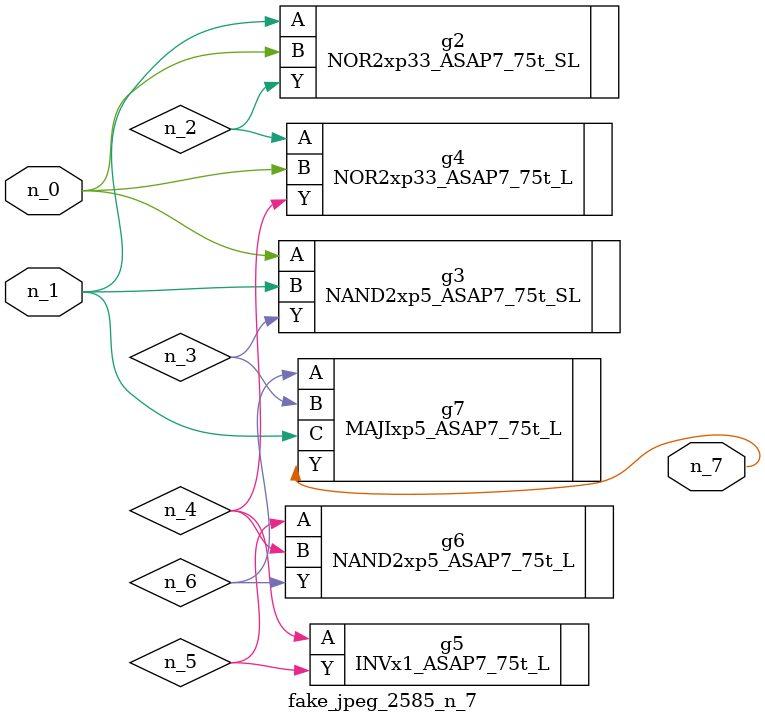
<source format=v>
module fake_jpeg_2585_n_7 (n_0, n_1, n_7);

input n_0;
input n_1;

output n_7;

wire n_2;
wire n_3;
wire n_4;
wire n_6;
wire n_5;

NOR2xp33_ASAP7_75t_SL g2 ( 
.A(n_1),
.B(n_0),
.Y(n_2)
);

NAND2xp5_ASAP7_75t_SL g3 ( 
.A(n_0),
.B(n_1),
.Y(n_3)
);

NOR2xp33_ASAP7_75t_L g4 ( 
.A(n_2),
.B(n_0),
.Y(n_4)
);

INVx1_ASAP7_75t_L g5 ( 
.A(n_4),
.Y(n_5)
);

NAND2xp5_ASAP7_75t_L g6 ( 
.A(n_5),
.B(n_4),
.Y(n_6)
);

MAJIxp5_ASAP7_75t_L g7 ( 
.A(n_6),
.B(n_3),
.C(n_1),
.Y(n_7)
);


endmodule
</source>
